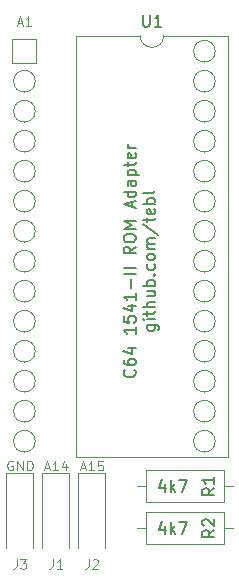
<source format=gto>
%TF.GenerationSoftware,KiCad,Pcbnew,(5.1.8)-1*%
%TF.CreationDate,2021-04-08T15:32:03+02:00*%
%TF.ProjectId,C64 1541-II ROM Adapter,43363420-3135-4343-912d-494920524f4d,rev?*%
%TF.SameCoordinates,Original*%
%TF.FileFunction,Legend,Top*%
%TF.FilePolarity,Positive*%
%FSLAX46Y46*%
G04 Gerber Fmt 4.6, Leading zero omitted, Abs format (unit mm)*
G04 Created by KiCad (PCBNEW (5.1.8)-1) date 2021-04-08 15:32:03*
%MOMM*%
%LPD*%
G01*
G04 APERTURE LIST*
%ADD10C,0.150000*%
%ADD11C,0.120000*%
%ADD12C,0.100000*%
G04 APERTURE END LIST*
D10*
X111546142Y-89200476D02*
X111593761Y-89248095D01*
X111641380Y-89390952D01*
X111641380Y-89486190D01*
X111593761Y-89629047D01*
X111498523Y-89724285D01*
X111403285Y-89771904D01*
X111212809Y-89819523D01*
X111069952Y-89819523D01*
X110879476Y-89771904D01*
X110784238Y-89724285D01*
X110689000Y-89629047D01*
X110641380Y-89486190D01*
X110641380Y-89390952D01*
X110689000Y-89248095D01*
X110736619Y-89200476D01*
X110641380Y-88343333D02*
X110641380Y-88533809D01*
X110689000Y-88629047D01*
X110736619Y-88676666D01*
X110879476Y-88771904D01*
X111069952Y-88819523D01*
X111450904Y-88819523D01*
X111546142Y-88771904D01*
X111593761Y-88724285D01*
X111641380Y-88629047D01*
X111641380Y-88438571D01*
X111593761Y-88343333D01*
X111546142Y-88295714D01*
X111450904Y-88248095D01*
X111212809Y-88248095D01*
X111117571Y-88295714D01*
X111069952Y-88343333D01*
X111022333Y-88438571D01*
X111022333Y-88629047D01*
X111069952Y-88724285D01*
X111117571Y-88771904D01*
X111212809Y-88819523D01*
X110974714Y-87390952D02*
X111641380Y-87390952D01*
X110593761Y-87629047D02*
X111308047Y-87867142D01*
X111308047Y-87248095D01*
X111641380Y-85581428D02*
X111641380Y-86152857D01*
X111641380Y-85867142D02*
X110641380Y-85867142D01*
X110784238Y-85962380D01*
X110879476Y-86057619D01*
X110927095Y-86152857D01*
X110641380Y-84676666D02*
X110641380Y-85152857D01*
X111117571Y-85200476D01*
X111069952Y-85152857D01*
X111022333Y-85057619D01*
X111022333Y-84819523D01*
X111069952Y-84724285D01*
X111117571Y-84676666D01*
X111212809Y-84629047D01*
X111450904Y-84629047D01*
X111546142Y-84676666D01*
X111593761Y-84724285D01*
X111641380Y-84819523D01*
X111641380Y-85057619D01*
X111593761Y-85152857D01*
X111546142Y-85200476D01*
X110974714Y-83771904D02*
X111641380Y-83771904D01*
X110593761Y-84010000D02*
X111308047Y-84248095D01*
X111308047Y-83629047D01*
X111641380Y-82724285D02*
X111641380Y-83295714D01*
X111641380Y-83010000D02*
X110641380Y-83010000D01*
X110784238Y-83105238D01*
X110879476Y-83200476D01*
X110927095Y-83295714D01*
X111260428Y-82295714D02*
X111260428Y-81533809D01*
X111641380Y-81057619D02*
X110641380Y-81057619D01*
X111641380Y-80581428D02*
X110641380Y-80581428D01*
X111641380Y-78771904D02*
X111165190Y-79105238D01*
X111641380Y-79343333D02*
X110641380Y-79343333D01*
X110641380Y-78962380D01*
X110689000Y-78867142D01*
X110736619Y-78819523D01*
X110831857Y-78771904D01*
X110974714Y-78771904D01*
X111069952Y-78819523D01*
X111117571Y-78867142D01*
X111165190Y-78962380D01*
X111165190Y-79343333D01*
X110641380Y-78152857D02*
X110641380Y-77962380D01*
X110689000Y-77867142D01*
X110784238Y-77771904D01*
X110974714Y-77724285D01*
X111308047Y-77724285D01*
X111498523Y-77771904D01*
X111593761Y-77867142D01*
X111641380Y-77962380D01*
X111641380Y-78152857D01*
X111593761Y-78248095D01*
X111498523Y-78343333D01*
X111308047Y-78390952D01*
X110974714Y-78390952D01*
X110784238Y-78343333D01*
X110689000Y-78248095D01*
X110641380Y-78152857D01*
X111641380Y-77295714D02*
X110641380Y-77295714D01*
X111355666Y-76962380D01*
X110641380Y-76629047D01*
X111641380Y-76629047D01*
X111355666Y-75438571D02*
X111355666Y-74962380D01*
X111641380Y-75533809D02*
X110641380Y-75200476D01*
X111641380Y-74867142D01*
X111641380Y-74105238D02*
X110641380Y-74105238D01*
X111593761Y-74105238D02*
X111641380Y-74200476D01*
X111641380Y-74390952D01*
X111593761Y-74486190D01*
X111546142Y-74533809D01*
X111450904Y-74581428D01*
X111165190Y-74581428D01*
X111069952Y-74533809D01*
X111022333Y-74486190D01*
X110974714Y-74390952D01*
X110974714Y-74200476D01*
X111022333Y-74105238D01*
X111641380Y-73200476D02*
X111117571Y-73200476D01*
X111022333Y-73248095D01*
X110974714Y-73343333D01*
X110974714Y-73533809D01*
X111022333Y-73629047D01*
X111593761Y-73200476D02*
X111641380Y-73295714D01*
X111641380Y-73533809D01*
X111593761Y-73629047D01*
X111498523Y-73676666D01*
X111403285Y-73676666D01*
X111308047Y-73629047D01*
X111260428Y-73533809D01*
X111260428Y-73295714D01*
X111212809Y-73200476D01*
X110974714Y-72724285D02*
X111974714Y-72724285D01*
X111022333Y-72724285D02*
X110974714Y-72629047D01*
X110974714Y-72438571D01*
X111022333Y-72343333D01*
X111069952Y-72295714D01*
X111165190Y-72248095D01*
X111450904Y-72248095D01*
X111546142Y-72295714D01*
X111593761Y-72343333D01*
X111641380Y-72438571D01*
X111641380Y-72629047D01*
X111593761Y-72724285D01*
X110974714Y-71962380D02*
X110974714Y-71581428D01*
X110641380Y-71819523D02*
X111498523Y-71819523D01*
X111593761Y-71771904D01*
X111641380Y-71676666D01*
X111641380Y-71581428D01*
X111593761Y-70867142D02*
X111641380Y-70962380D01*
X111641380Y-71152857D01*
X111593761Y-71248095D01*
X111498523Y-71295714D01*
X111117571Y-71295714D01*
X111022333Y-71248095D01*
X110974714Y-71152857D01*
X110974714Y-70962380D01*
X111022333Y-70867142D01*
X111117571Y-70819523D01*
X111212809Y-70819523D01*
X111308047Y-71295714D01*
X111641380Y-70390952D02*
X110974714Y-70390952D01*
X111165190Y-70390952D02*
X111069952Y-70343333D01*
X111022333Y-70295714D01*
X110974714Y-70200476D01*
X110974714Y-70105238D01*
X112624714Y-85414761D02*
X113434238Y-85414761D01*
X113529476Y-85462380D01*
X113577095Y-85510000D01*
X113624714Y-85605238D01*
X113624714Y-85748095D01*
X113577095Y-85843333D01*
X113243761Y-85414761D02*
X113291380Y-85510000D01*
X113291380Y-85700476D01*
X113243761Y-85795714D01*
X113196142Y-85843333D01*
X113100904Y-85890952D01*
X112815190Y-85890952D01*
X112719952Y-85843333D01*
X112672333Y-85795714D01*
X112624714Y-85700476D01*
X112624714Y-85510000D01*
X112672333Y-85414761D01*
X113291380Y-84938571D02*
X112624714Y-84938571D01*
X112291380Y-84938571D02*
X112339000Y-84986190D01*
X112386619Y-84938571D01*
X112339000Y-84890952D01*
X112291380Y-84938571D01*
X112386619Y-84938571D01*
X112624714Y-84605238D02*
X112624714Y-84224285D01*
X112291380Y-84462380D02*
X113148523Y-84462380D01*
X113243761Y-84414761D01*
X113291380Y-84319523D01*
X113291380Y-84224285D01*
X113291380Y-83890952D02*
X112291380Y-83890952D01*
X113291380Y-83462380D02*
X112767571Y-83462380D01*
X112672333Y-83510000D01*
X112624714Y-83605238D01*
X112624714Y-83748095D01*
X112672333Y-83843333D01*
X112719952Y-83890952D01*
X112624714Y-82557619D02*
X113291380Y-82557619D01*
X112624714Y-82986190D02*
X113148523Y-82986190D01*
X113243761Y-82938571D01*
X113291380Y-82843333D01*
X113291380Y-82700476D01*
X113243761Y-82605238D01*
X113196142Y-82557619D01*
X113291380Y-82081428D02*
X112291380Y-82081428D01*
X112672333Y-82081428D02*
X112624714Y-81986190D01*
X112624714Y-81795714D01*
X112672333Y-81700476D01*
X112719952Y-81652857D01*
X112815190Y-81605238D01*
X113100904Y-81605238D01*
X113196142Y-81652857D01*
X113243761Y-81700476D01*
X113291380Y-81795714D01*
X113291380Y-81986190D01*
X113243761Y-82081428D01*
X113196142Y-81176666D02*
X113243761Y-81129047D01*
X113291380Y-81176666D01*
X113243761Y-81224285D01*
X113196142Y-81176666D01*
X113291380Y-81176666D01*
X113243761Y-80271904D02*
X113291380Y-80367142D01*
X113291380Y-80557619D01*
X113243761Y-80652857D01*
X113196142Y-80700476D01*
X113100904Y-80748095D01*
X112815190Y-80748095D01*
X112719952Y-80700476D01*
X112672333Y-80652857D01*
X112624714Y-80557619D01*
X112624714Y-80367142D01*
X112672333Y-80271904D01*
X113291380Y-79700476D02*
X113243761Y-79795714D01*
X113196142Y-79843333D01*
X113100904Y-79890952D01*
X112815190Y-79890952D01*
X112719952Y-79843333D01*
X112672333Y-79795714D01*
X112624714Y-79700476D01*
X112624714Y-79557619D01*
X112672333Y-79462380D01*
X112719952Y-79414761D01*
X112815190Y-79367142D01*
X113100904Y-79367142D01*
X113196142Y-79414761D01*
X113243761Y-79462380D01*
X113291380Y-79557619D01*
X113291380Y-79700476D01*
X113291380Y-78938571D02*
X112624714Y-78938571D01*
X112719952Y-78938571D02*
X112672333Y-78890952D01*
X112624714Y-78795714D01*
X112624714Y-78652857D01*
X112672333Y-78557619D01*
X112767571Y-78510000D01*
X113291380Y-78510000D01*
X112767571Y-78510000D02*
X112672333Y-78462380D01*
X112624714Y-78367142D01*
X112624714Y-78224285D01*
X112672333Y-78129047D01*
X112767571Y-78081428D01*
X113291380Y-78081428D01*
X112243761Y-76890952D02*
X113529476Y-77748095D01*
X112624714Y-76700476D02*
X112624714Y-76319523D01*
X112291380Y-76557619D02*
X113148523Y-76557619D01*
X113243761Y-76510000D01*
X113291380Y-76414761D01*
X113291380Y-76319523D01*
X113243761Y-75605238D02*
X113291380Y-75700476D01*
X113291380Y-75890952D01*
X113243761Y-75986190D01*
X113148523Y-76033809D01*
X112767571Y-76033809D01*
X112672333Y-75986190D01*
X112624714Y-75890952D01*
X112624714Y-75700476D01*
X112672333Y-75605238D01*
X112767571Y-75557619D01*
X112862809Y-75557619D01*
X112958047Y-76033809D01*
X113291380Y-75129047D02*
X112291380Y-75129047D01*
X112672333Y-75129047D02*
X112624714Y-75033809D01*
X112624714Y-74843333D01*
X112672333Y-74748095D01*
X112719952Y-74700476D01*
X112815190Y-74652857D01*
X113100904Y-74652857D01*
X113196142Y-74700476D01*
X113243761Y-74748095D01*
X113291380Y-74843333D01*
X113291380Y-75033809D01*
X113243761Y-75129047D01*
X113291380Y-74081428D02*
X113243761Y-74176666D01*
X113148523Y-74224285D01*
X112291380Y-74224285D01*
D11*
%TO.C,A1*%
X101219000Y-61214000D02*
X102235000Y-61214000D01*
X101219000Y-63246000D02*
X101219000Y-61214000D01*
X103251000Y-63246000D02*
X101219000Y-63246000D01*
X103251000Y-61214000D02*
X103251000Y-63246000D01*
X102235000Y-61214000D02*
X103251000Y-61214000D01*
X118390810Y-92710000D02*
G75*
G03*
X118390810Y-92710000I-915810J0D01*
G01*
X118390810Y-90170000D02*
G75*
G03*
X118390810Y-90170000I-915810J0D01*
G01*
X118390810Y-87630000D02*
G75*
G03*
X118390810Y-87630000I-915810J0D01*
G01*
X118390810Y-85090000D02*
G75*
G03*
X118390810Y-85090000I-915810J0D01*
G01*
X118390810Y-82550000D02*
G75*
G03*
X118390810Y-82550000I-915810J0D01*
G01*
X118390810Y-80010000D02*
G75*
G03*
X118390810Y-80010000I-915810J0D01*
G01*
X118390810Y-77470000D02*
G75*
G03*
X118390810Y-77470000I-915810J0D01*
G01*
X118390810Y-74930000D02*
G75*
G03*
X118390810Y-74930000I-915810J0D01*
G01*
X118390810Y-72390000D02*
G75*
G03*
X118390810Y-72390000I-915810J0D01*
G01*
X118390810Y-69850000D02*
G75*
G03*
X118390810Y-69850000I-915810J0D01*
G01*
X118390810Y-67310000D02*
G75*
G03*
X118390810Y-67310000I-915810J0D01*
G01*
X118390810Y-64770000D02*
G75*
G03*
X118390810Y-64770000I-915810J0D01*
G01*
X118390810Y-62230000D02*
G75*
G03*
X118390810Y-62230000I-915810J0D01*
G01*
X118390810Y-95250000D02*
G75*
G03*
X118390810Y-95250000I-915810J0D01*
G01*
X103150810Y-64770000D02*
G75*
G03*
X103150810Y-64770000I-915810J0D01*
G01*
X103150810Y-67310000D02*
G75*
G03*
X103150810Y-67310000I-915810J0D01*
G01*
X103150810Y-69850000D02*
G75*
G03*
X103150810Y-69850000I-915810J0D01*
G01*
X103150810Y-72390000D02*
G75*
G03*
X103150810Y-72390000I-915810J0D01*
G01*
X103150810Y-74930000D02*
G75*
G03*
X103150810Y-74930000I-915810J0D01*
G01*
X103150810Y-77470000D02*
G75*
G03*
X103150810Y-77470000I-915810J0D01*
G01*
X103150810Y-80010000D02*
G75*
G03*
X103150810Y-80010000I-915810J0D01*
G01*
X103150810Y-82550000D02*
G75*
G03*
X103150810Y-82550000I-915810J0D01*
G01*
X103150810Y-85090000D02*
G75*
G03*
X103150810Y-85090000I-915810J0D01*
G01*
X103150810Y-87630000D02*
G75*
G03*
X103150810Y-87630000I-915810J0D01*
G01*
X103150810Y-90170000D02*
G75*
G03*
X103150810Y-90170000I-915810J0D01*
G01*
X103150810Y-92710000D02*
G75*
G03*
X103150810Y-92710000I-915810J0D01*
G01*
X103150810Y-95250000D02*
G75*
G03*
X103150810Y-95250000I-915810J0D01*
G01*
%TO.C,J1*%
X106045000Y-104267000D02*
X106045000Y-97917000D01*
X106045000Y-97917000D02*
X103759000Y-97917000D01*
X103759000Y-97917000D02*
X103759000Y-104267000D01*
%TO.C,J2*%
X106807000Y-97917000D02*
X106807000Y-104267000D01*
X109093000Y-97917000D02*
X106807000Y-97917000D01*
X109093000Y-104267000D02*
X109093000Y-97917000D01*
%TO.C,J3*%
X100711000Y-97917000D02*
X100711000Y-104267000D01*
X102997000Y-97917000D02*
X100711000Y-97917000D01*
X102997000Y-104267000D02*
X102997000Y-97917000D01*
%TO.C,R1*%
X119094000Y-100430000D02*
X119094000Y-97690000D01*
X119094000Y-97690000D02*
X112554000Y-97690000D01*
X112554000Y-97690000D02*
X112554000Y-100430000D01*
X112554000Y-100430000D02*
X119094000Y-100430000D01*
X119864000Y-99060000D02*
X119094000Y-99060000D01*
X111784000Y-99060000D02*
X112554000Y-99060000D01*
%TO.C,R2*%
X111784000Y-102616000D02*
X112554000Y-102616000D01*
X119864000Y-102616000D02*
X119094000Y-102616000D01*
X112554000Y-103986000D02*
X119094000Y-103986000D01*
X112554000Y-101246000D02*
X112554000Y-103986000D01*
X119094000Y-101246000D02*
X112554000Y-101246000D01*
X119094000Y-103986000D02*
X119094000Y-101246000D01*
%TO.C,U1*%
X119490000Y-60900000D02*
X114030000Y-60900000D01*
X119490000Y-96580000D02*
X119490000Y-60900000D01*
X106570000Y-96580000D02*
X119490000Y-96580000D01*
X106570000Y-60900000D02*
X106570000Y-96580000D01*
X112030000Y-60900000D02*
X106570000Y-60900000D01*
X114030000Y-60900000D02*
G75*
G02*
X112030000Y-60900000I-1000000J0D01*
G01*
%TO.C,A1*%
D12*
X101663571Y-59823333D02*
X102044523Y-59823333D01*
X101587380Y-60051904D02*
X101854047Y-59251904D01*
X102120714Y-60051904D01*
X102806428Y-60051904D02*
X102349285Y-60051904D01*
X102577857Y-60051904D02*
X102577857Y-59251904D01*
X102501666Y-59366190D01*
X102425476Y-59442380D01*
X102349285Y-59480476D01*
%TO.C,J1*%
X104635333Y-105225904D02*
X104635333Y-105797333D01*
X104597238Y-105911619D01*
X104521047Y-105987809D01*
X104406761Y-106025904D01*
X104330571Y-106025904D01*
X105435333Y-106025904D02*
X104978190Y-106025904D01*
X105206761Y-106025904D02*
X105206761Y-105225904D01*
X105130571Y-105340190D01*
X105054380Y-105416380D01*
X104978190Y-105454476D01*
X103949619Y-97496332D02*
X104330571Y-97496332D01*
X103873428Y-97724903D02*
X104140095Y-96924903D01*
X104406761Y-97724903D01*
X105092476Y-97724903D02*
X104635333Y-97724903D01*
X104863904Y-97724903D02*
X104863904Y-96924903D01*
X104787714Y-97039189D01*
X104711523Y-97115379D01*
X104635333Y-97153475D01*
X105778190Y-97191570D02*
X105778190Y-97724903D01*
X105587714Y-96886808D02*
X105397238Y-97458237D01*
X105892476Y-97458237D01*
%TO.C,J2*%
X107683333Y-105225904D02*
X107683333Y-105797333D01*
X107645238Y-105911619D01*
X107569047Y-105987809D01*
X107454761Y-106025904D01*
X107378571Y-106025904D01*
X108026190Y-105302095D02*
X108064285Y-105264000D01*
X108140476Y-105225904D01*
X108330952Y-105225904D01*
X108407142Y-105264000D01*
X108445238Y-105302095D01*
X108483333Y-105378285D01*
X108483333Y-105454476D01*
X108445238Y-105568761D01*
X107988095Y-106025904D01*
X108483333Y-106025904D01*
X106997619Y-97496332D02*
X107378571Y-97496332D01*
X106921428Y-97724903D02*
X107188095Y-96924903D01*
X107454761Y-97724903D01*
X108140476Y-97724903D02*
X107683333Y-97724903D01*
X107911904Y-97724903D02*
X107911904Y-96924903D01*
X107835714Y-97039189D01*
X107759523Y-97115379D01*
X107683333Y-97153475D01*
X108864285Y-96924903D02*
X108483333Y-96924903D01*
X108445238Y-97305856D01*
X108483333Y-97267760D01*
X108559523Y-97229665D01*
X108750000Y-97229665D01*
X108826190Y-97267760D01*
X108864285Y-97305856D01*
X108902380Y-97382046D01*
X108902380Y-97572522D01*
X108864285Y-97648713D01*
X108826190Y-97686808D01*
X108750000Y-97724903D01*
X108559523Y-97724903D01*
X108483333Y-97686808D01*
X108445238Y-97648713D01*
%TO.C,J3*%
X101587333Y-105225904D02*
X101587333Y-105797333D01*
X101549238Y-105911619D01*
X101473047Y-105987809D01*
X101358761Y-106025904D01*
X101282571Y-106025904D01*
X101892095Y-105225904D02*
X102387333Y-105225904D01*
X102120666Y-105530666D01*
X102234952Y-105530666D01*
X102311142Y-105568761D01*
X102349238Y-105606857D01*
X102387333Y-105683047D01*
X102387333Y-105873523D01*
X102349238Y-105949714D01*
X102311142Y-105987809D01*
X102234952Y-106025904D01*
X102006380Y-106025904D01*
X101930190Y-105987809D01*
X101892095Y-105949714D01*
X101244476Y-96962999D02*
X101168285Y-96924903D01*
X101054000Y-96924903D01*
X100939714Y-96962999D01*
X100863523Y-97039189D01*
X100825428Y-97115379D01*
X100787333Y-97267760D01*
X100787333Y-97382046D01*
X100825428Y-97534427D01*
X100863523Y-97610618D01*
X100939714Y-97686808D01*
X101054000Y-97724903D01*
X101130190Y-97724903D01*
X101244476Y-97686808D01*
X101282571Y-97648713D01*
X101282571Y-97382046D01*
X101130190Y-97382046D01*
X101625428Y-97724903D02*
X101625428Y-96924903D01*
X102082571Y-97724903D01*
X102082571Y-96924903D01*
X102463523Y-97724903D02*
X102463523Y-96924903D01*
X102654000Y-96924903D01*
X102768285Y-96962999D01*
X102844476Y-97039189D01*
X102882571Y-97115379D01*
X102920666Y-97267760D01*
X102920666Y-97382046D01*
X102882571Y-97534427D01*
X102844476Y-97610618D01*
X102768285Y-97686808D01*
X102654000Y-97724903D01*
X102463523Y-97724903D01*
%TO.C,R1*%
D10*
X118308380Y-99226666D02*
X117832190Y-99560000D01*
X118308380Y-99798095D02*
X117308380Y-99798095D01*
X117308380Y-99417142D01*
X117356000Y-99321904D01*
X117403619Y-99274285D01*
X117498857Y-99226666D01*
X117641714Y-99226666D01*
X117736952Y-99274285D01*
X117784571Y-99321904D01*
X117832190Y-99417142D01*
X117832190Y-99798095D01*
X118308380Y-98274285D02*
X118308380Y-98845714D01*
X118308380Y-98560000D02*
X117308380Y-98560000D01*
X117451238Y-98655238D01*
X117546476Y-98750476D01*
X117594095Y-98845714D01*
X114117523Y-98845714D02*
X114117523Y-99512380D01*
X113879428Y-98464761D02*
X113641333Y-99179047D01*
X114260380Y-99179047D01*
X114641333Y-99512380D02*
X114641333Y-98512380D01*
X114736571Y-99131428D02*
X115022285Y-99512380D01*
X115022285Y-98845714D02*
X114641333Y-99226666D01*
X115355619Y-98512380D02*
X116022285Y-98512380D01*
X115593714Y-99512380D01*
%TO.C,R2*%
X118308380Y-102782666D02*
X117832190Y-103116000D01*
X118308380Y-103354095D02*
X117308380Y-103354095D01*
X117308380Y-102973142D01*
X117356000Y-102877904D01*
X117403619Y-102830285D01*
X117498857Y-102782666D01*
X117641714Y-102782666D01*
X117736952Y-102830285D01*
X117784571Y-102877904D01*
X117832190Y-102973142D01*
X117832190Y-103354095D01*
X117403619Y-102401714D02*
X117356000Y-102354095D01*
X117308380Y-102258857D01*
X117308380Y-102020761D01*
X117356000Y-101925523D01*
X117403619Y-101877904D01*
X117498857Y-101830285D01*
X117594095Y-101830285D01*
X117736952Y-101877904D01*
X118308380Y-102449333D01*
X118308380Y-101830285D01*
X114117523Y-102401714D02*
X114117523Y-103068380D01*
X113879428Y-102020761D02*
X113641333Y-102735047D01*
X114260380Y-102735047D01*
X114641333Y-103068380D02*
X114641333Y-102068380D01*
X114736571Y-102687428D02*
X115022285Y-103068380D01*
X115022285Y-102401714D02*
X114641333Y-102782666D01*
X115355619Y-102068380D02*
X116022285Y-102068380D01*
X115593714Y-103068380D01*
%TO.C,U1*%
X112268095Y-59142380D02*
X112268095Y-59951904D01*
X112315714Y-60047142D01*
X112363333Y-60094761D01*
X112458571Y-60142380D01*
X112649047Y-60142380D01*
X112744285Y-60094761D01*
X112791904Y-60047142D01*
X112839523Y-59951904D01*
X112839523Y-59142380D01*
X113839523Y-60142380D02*
X113268095Y-60142380D01*
X113553809Y-60142380D02*
X113553809Y-59142380D01*
X113458571Y-59285238D01*
X113363333Y-59380476D01*
X113268095Y-59428095D01*
%TD*%
M02*

</source>
